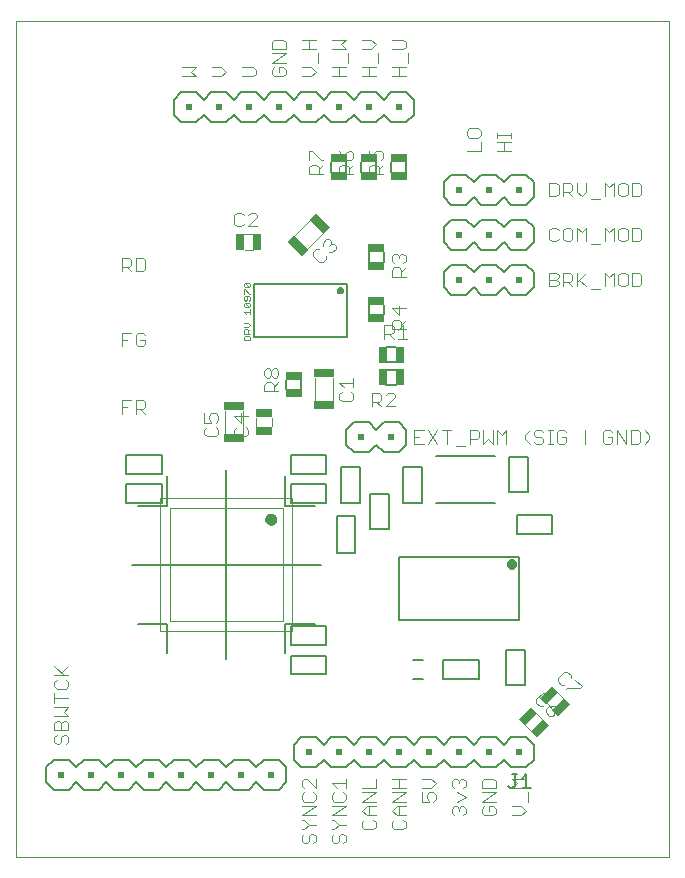
<source format=gto>
G75*
%MOIN*%
%OFA0B0*%
%FSLAX25Y25*%
%IPPOS*%
%LPD*%
%AMOC8*
5,1,8,0,0,1.08239X$1,22.5*
%
%ADD10C,0.00000*%
%ADD11C,0.00400*%
%ADD12C,0.00800*%
%ADD13R,0.02000X0.02000*%
%ADD14R,0.06693X0.02953*%
%ADD15R,0.02953X0.05709*%
%ADD16R,0.02953X0.06693*%
%ADD17R,0.05709X0.02953*%
%ADD18R,0.02300X0.02300*%
%ADD19C,0.00500*%
%ADD20C,0.00600*%
%ADD21R,0.02559X0.05512*%
%ADD22R,0.05512X0.02559*%
%ADD23C,0.00200*%
%ADD24C,0.02000*%
%ADD25C,0.00787*%
%ADD26C,0.01969*%
D10*
X0001400Y0006400D02*
X0001400Y0285101D01*
X0218821Y0285101D01*
X0218821Y0006400D01*
X0001400Y0006400D01*
X0049353Y0081853D02*
X0049353Y0125947D01*
X0093447Y0125947D01*
X0093447Y0081853D01*
X0049353Y0081853D01*
X0052502Y0085002D02*
X0052502Y0122798D01*
X0090298Y0122798D01*
X0090298Y0085002D01*
X0052502Y0085002D01*
D11*
X0018700Y0070189D02*
X0016398Y0067887D01*
X0017165Y0067120D02*
X0014096Y0070189D01*
X0014096Y0067120D02*
X0018700Y0067120D01*
X0017933Y0065585D02*
X0018700Y0064818D01*
X0018700Y0063283D01*
X0017933Y0062516D01*
X0014863Y0062516D01*
X0014096Y0063283D01*
X0014096Y0064818D01*
X0014863Y0065585D01*
X0014096Y0060981D02*
X0014096Y0057912D01*
X0014096Y0059446D02*
X0018700Y0059446D01*
X0018700Y0056377D02*
X0017165Y0054842D01*
X0018700Y0053308D01*
X0014096Y0053308D01*
X0014863Y0051773D02*
X0015631Y0051773D01*
X0016398Y0051006D01*
X0016398Y0048704D01*
X0017165Y0047169D02*
X0017933Y0047169D01*
X0018700Y0046402D01*
X0018700Y0044867D01*
X0017933Y0044100D01*
X0016398Y0044867D02*
X0016398Y0046402D01*
X0017165Y0047169D01*
X0018700Y0048704D02*
X0014096Y0048704D01*
X0014096Y0051006D01*
X0014863Y0051773D01*
X0016398Y0051006D02*
X0017165Y0051773D01*
X0017933Y0051773D01*
X0018700Y0051006D01*
X0018700Y0048704D01*
X0014863Y0047169D02*
X0014096Y0046402D01*
X0014096Y0044867D01*
X0014863Y0044100D01*
X0015631Y0044100D01*
X0016398Y0044867D01*
X0018700Y0056377D02*
X0014096Y0056377D01*
X0064863Y0146600D02*
X0067933Y0146600D01*
X0068700Y0147367D01*
X0068700Y0148902D01*
X0067933Y0149669D01*
X0067933Y0151204D02*
X0068700Y0151971D01*
X0068700Y0153506D01*
X0067933Y0154273D01*
X0066398Y0154273D01*
X0065631Y0153506D01*
X0065631Y0152739D01*
X0066398Y0151204D01*
X0064096Y0151204D01*
X0064096Y0154273D01*
X0064863Y0149669D02*
X0064096Y0148902D01*
X0064096Y0147367D01*
X0064863Y0146600D01*
X0070802Y0147601D02*
X0070802Y0155199D01*
X0074096Y0153506D02*
X0076398Y0151204D01*
X0076398Y0154273D01*
X0076998Y0155199D02*
X0076998Y0147601D01*
X0077933Y0146600D02*
X0074863Y0146600D01*
X0074096Y0147367D01*
X0074096Y0148902D01*
X0074863Y0149669D01*
X0074096Y0153506D02*
X0078700Y0153506D01*
X0081302Y0152900D02*
X0081302Y0149900D01*
X0078700Y0148902D02*
X0078700Y0147367D01*
X0077933Y0146600D01*
X0078700Y0148902D02*
X0077933Y0149669D01*
X0086498Y0149998D02*
X0086498Y0152900D01*
X0087165Y0161600D02*
X0087165Y0163902D01*
X0086398Y0164669D01*
X0084863Y0164669D01*
X0084096Y0163902D01*
X0084096Y0161600D01*
X0088700Y0161600D01*
X0087165Y0163135D02*
X0088700Y0164669D01*
X0087933Y0166204D02*
X0087165Y0166204D01*
X0086398Y0166971D01*
X0086398Y0168506D01*
X0087165Y0169273D01*
X0087933Y0169273D01*
X0088700Y0168506D01*
X0088700Y0166971D01*
X0087933Y0166204D01*
X0086398Y0166971D02*
X0085631Y0166204D01*
X0084863Y0166204D01*
X0084096Y0166971D01*
X0084096Y0168506D01*
X0084863Y0169273D01*
X0085631Y0169273D01*
X0086398Y0168506D01*
X0100802Y0166199D02*
X0100802Y0158601D01*
X0106998Y0158601D02*
X0106998Y0166199D01*
X0109096Y0164531D02*
X0113700Y0164531D01*
X0113700Y0166065D02*
X0113700Y0162996D01*
X0112933Y0161461D02*
X0113700Y0160694D01*
X0113700Y0159159D01*
X0112933Y0158392D01*
X0109863Y0158392D01*
X0109096Y0159159D01*
X0109096Y0160694D01*
X0109863Y0161461D01*
X0110631Y0162996D02*
X0109096Y0164531D01*
X0119892Y0161204D02*
X0119892Y0156600D01*
X0119892Y0158135D02*
X0122194Y0158135D01*
X0122961Y0158902D01*
X0122961Y0160437D01*
X0122194Y0161204D01*
X0119892Y0161204D01*
X0121427Y0158135D02*
X0122961Y0156600D01*
X0124496Y0156600D02*
X0127565Y0159669D01*
X0127565Y0160437D01*
X0126798Y0161204D01*
X0125263Y0161204D01*
X0124496Y0160437D01*
X0124496Y0156600D02*
X0127565Y0156600D01*
X0134100Y0148704D02*
X0134100Y0144100D01*
X0137169Y0144100D01*
X0138704Y0144100D02*
X0141773Y0148704D01*
X0143308Y0148704D02*
X0146377Y0148704D01*
X0144842Y0148704D02*
X0144842Y0144100D01*
X0141773Y0144100D02*
X0138704Y0148704D01*
X0137169Y0148704D02*
X0134100Y0148704D01*
X0134100Y0146402D02*
X0135635Y0146402D01*
X0147912Y0143333D02*
X0150981Y0143333D01*
X0152516Y0144100D02*
X0152516Y0148704D01*
X0154818Y0148704D01*
X0155585Y0147937D01*
X0155585Y0146402D01*
X0154818Y0145635D01*
X0152516Y0145635D01*
X0157120Y0144100D02*
X0158654Y0145635D01*
X0160189Y0144100D01*
X0160189Y0148704D01*
X0161724Y0148704D02*
X0161724Y0144100D01*
X0164793Y0144100D02*
X0164793Y0148704D01*
X0163258Y0147169D01*
X0161724Y0148704D01*
X0157120Y0148704D02*
X0157120Y0144100D01*
X0170931Y0145635D02*
X0170931Y0147169D01*
X0172466Y0148704D01*
X0174001Y0147937D02*
X0174001Y0147169D01*
X0174768Y0146402D01*
X0176303Y0146402D01*
X0177070Y0145635D01*
X0177070Y0144867D01*
X0176303Y0144100D01*
X0174768Y0144100D01*
X0174001Y0144867D01*
X0172466Y0144100D02*
X0170931Y0145635D01*
X0174001Y0147937D02*
X0174768Y0148704D01*
X0176303Y0148704D01*
X0177070Y0147937D01*
X0178605Y0148704D02*
X0180139Y0148704D01*
X0179372Y0148704D02*
X0179372Y0144100D01*
X0178605Y0144100D02*
X0180139Y0144100D01*
X0181674Y0144867D02*
X0181674Y0147937D01*
X0182441Y0148704D01*
X0183976Y0148704D01*
X0184743Y0147937D01*
X0184743Y0146402D02*
X0183209Y0146402D01*
X0184743Y0146402D02*
X0184743Y0144867D01*
X0183976Y0144100D01*
X0182441Y0144100D01*
X0181674Y0144867D01*
X0190882Y0144100D02*
X0190882Y0148704D01*
X0197020Y0147937D02*
X0197020Y0144867D01*
X0197788Y0144100D01*
X0199322Y0144100D01*
X0200090Y0144867D01*
X0200090Y0146402D01*
X0198555Y0146402D01*
X0200090Y0147937D02*
X0199322Y0148704D01*
X0197788Y0148704D01*
X0197020Y0147937D01*
X0201624Y0148704D02*
X0201624Y0144100D01*
X0204693Y0144100D02*
X0201624Y0148704D01*
X0204693Y0148704D02*
X0204693Y0144100D01*
X0206228Y0144100D02*
X0206228Y0148704D01*
X0208530Y0148704D01*
X0209297Y0147937D01*
X0209297Y0144867D01*
X0208530Y0144100D01*
X0206228Y0144100D01*
X0210832Y0144100D02*
X0212367Y0145635D01*
X0212367Y0147169D01*
X0210832Y0148704D01*
X0209026Y0196600D02*
X0206724Y0196600D01*
X0206724Y0201204D01*
X0209026Y0201204D01*
X0209793Y0200437D01*
X0209793Y0197367D01*
X0209026Y0196600D01*
X0205189Y0197367D02*
X0205189Y0200437D01*
X0204422Y0201204D01*
X0202887Y0201204D01*
X0202120Y0200437D01*
X0202120Y0197367D01*
X0202887Y0196600D01*
X0204422Y0196600D01*
X0205189Y0197367D01*
X0200585Y0196600D02*
X0200585Y0201204D01*
X0199050Y0199669D01*
X0197516Y0201204D01*
X0197516Y0196600D01*
X0195981Y0195833D02*
X0192912Y0195833D01*
X0191377Y0196600D02*
X0189075Y0198902D01*
X0188308Y0198135D02*
X0191377Y0201204D01*
X0188308Y0201204D02*
X0188308Y0196600D01*
X0186773Y0196600D02*
X0185239Y0198135D01*
X0186006Y0198135D02*
X0183704Y0198135D01*
X0182169Y0198135D02*
X0182169Y0197367D01*
X0181402Y0196600D01*
X0179100Y0196600D01*
X0179100Y0201204D01*
X0181402Y0201204D01*
X0182169Y0200437D01*
X0182169Y0199669D01*
X0181402Y0198902D01*
X0179100Y0198902D01*
X0181402Y0198902D02*
X0182169Y0198135D01*
X0183704Y0196600D02*
X0183704Y0201204D01*
X0186006Y0201204D01*
X0186773Y0200437D01*
X0186773Y0198902D01*
X0186006Y0198135D01*
X0186006Y0211600D02*
X0184471Y0211600D01*
X0183704Y0212367D01*
X0183704Y0215437D01*
X0184471Y0216204D01*
X0186006Y0216204D01*
X0186773Y0215437D01*
X0186773Y0212367D01*
X0186006Y0211600D01*
X0188308Y0211600D02*
X0188308Y0216204D01*
X0189842Y0214669D01*
X0191377Y0216204D01*
X0191377Y0211600D01*
X0192912Y0210833D02*
X0195981Y0210833D01*
X0197516Y0211600D02*
X0197516Y0216204D01*
X0199050Y0214669D01*
X0200585Y0216204D01*
X0200585Y0211600D01*
X0202120Y0212367D02*
X0202887Y0211600D01*
X0204422Y0211600D01*
X0205189Y0212367D01*
X0205189Y0215437D01*
X0204422Y0216204D01*
X0202887Y0216204D01*
X0202120Y0215437D01*
X0202120Y0212367D01*
X0206724Y0211600D02*
X0209026Y0211600D01*
X0209793Y0212367D01*
X0209793Y0215437D01*
X0209026Y0216204D01*
X0206724Y0216204D01*
X0206724Y0211600D01*
X0195981Y0225833D02*
X0192912Y0225833D01*
X0191377Y0228135D02*
X0191377Y0231204D01*
X0188308Y0231204D02*
X0188308Y0228135D01*
X0189842Y0226600D01*
X0191377Y0228135D01*
X0186773Y0228902D02*
X0186006Y0228135D01*
X0183704Y0228135D01*
X0185239Y0228135D02*
X0186773Y0226600D01*
X0186773Y0228902D02*
X0186773Y0230437D01*
X0186006Y0231204D01*
X0183704Y0231204D01*
X0183704Y0226600D01*
X0182169Y0227367D02*
X0182169Y0230437D01*
X0181402Y0231204D01*
X0179100Y0231204D01*
X0179100Y0226600D01*
X0181402Y0226600D01*
X0182169Y0227367D01*
X0181402Y0216204D02*
X0179867Y0216204D01*
X0179100Y0215437D01*
X0179100Y0212367D01*
X0179867Y0211600D01*
X0181402Y0211600D01*
X0182169Y0212367D01*
X0182169Y0215437D02*
X0181402Y0216204D01*
X0197516Y0226600D02*
X0197516Y0231204D01*
X0199050Y0229669D01*
X0200585Y0231204D01*
X0200585Y0226600D01*
X0202120Y0227367D02*
X0202887Y0226600D01*
X0204422Y0226600D01*
X0205189Y0227367D01*
X0205189Y0230437D01*
X0204422Y0231204D01*
X0202887Y0231204D01*
X0202120Y0230437D01*
X0202120Y0227367D01*
X0206724Y0226600D02*
X0209026Y0226600D01*
X0209793Y0227367D01*
X0209793Y0230437D01*
X0209026Y0231204D01*
X0206724Y0231204D01*
X0206724Y0226600D01*
X0166200Y0241600D02*
X0161596Y0241600D01*
X0163898Y0241600D02*
X0163898Y0244669D01*
X0161596Y0244669D02*
X0166200Y0244669D01*
X0166200Y0246204D02*
X0166200Y0247739D01*
X0166200Y0246971D02*
X0161596Y0246971D01*
X0161596Y0246204D02*
X0161596Y0247739D01*
X0156200Y0248506D02*
X0155433Y0249273D01*
X0152363Y0249273D01*
X0151596Y0248506D01*
X0151596Y0246971D01*
X0152363Y0246204D01*
X0155433Y0246204D01*
X0156200Y0246971D01*
X0156200Y0248506D01*
X0156200Y0244669D02*
X0156200Y0241600D01*
X0151596Y0241600D01*
X0131200Y0266600D02*
X0126596Y0266600D01*
X0128898Y0266600D02*
X0128898Y0269669D01*
X0126596Y0269669D02*
X0131200Y0269669D01*
X0131967Y0271204D02*
X0131967Y0274273D01*
X0130433Y0275808D02*
X0131200Y0276575D01*
X0131200Y0278110D01*
X0130433Y0278877D01*
X0126596Y0278877D01*
X0126596Y0275808D02*
X0130433Y0275808D01*
X0121967Y0274273D02*
X0121967Y0271204D01*
X0121200Y0269669D02*
X0116596Y0269669D01*
X0118898Y0269669D02*
X0118898Y0266600D01*
X0121200Y0266600D02*
X0116596Y0266600D01*
X0111200Y0266600D02*
X0106596Y0266600D01*
X0108898Y0266600D02*
X0108898Y0269669D01*
X0106596Y0269669D02*
X0111200Y0269669D01*
X0111967Y0271204D02*
X0111967Y0274273D01*
X0111200Y0275808D02*
X0109665Y0277342D01*
X0111200Y0278877D01*
X0106596Y0278877D01*
X0106596Y0275808D02*
X0111200Y0275808D01*
X0116596Y0275808D02*
X0119665Y0275808D01*
X0121200Y0277342D01*
X0119665Y0278877D01*
X0116596Y0278877D01*
X0101967Y0274273D02*
X0101967Y0271204D01*
X0099665Y0269669D02*
X0101200Y0268135D01*
X0099665Y0266600D01*
X0096596Y0266600D01*
X0096596Y0269669D02*
X0099665Y0269669D01*
X0098898Y0275808D02*
X0098898Y0278877D01*
X0096596Y0278877D02*
X0101200Y0278877D01*
X0101200Y0275808D02*
X0096596Y0275808D01*
X0091200Y0275808D02*
X0091200Y0278110D01*
X0090433Y0278877D01*
X0087363Y0278877D01*
X0086596Y0278110D01*
X0086596Y0275808D01*
X0091200Y0275808D01*
X0091200Y0274273D02*
X0086596Y0274273D01*
X0086596Y0271204D02*
X0091200Y0274273D01*
X0091200Y0271204D02*
X0086596Y0271204D01*
X0087363Y0269669D02*
X0086596Y0268902D01*
X0086596Y0267367D01*
X0087363Y0266600D01*
X0090433Y0266600D01*
X0091200Y0267367D01*
X0091200Y0268902D01*
X0090433Y0269669D01*
X0088898Y0269669D01*
X0088898Y0268135D01*
X0081200Y0268902D02*
X0080433Y0269669D01*
X0076596Y0269669D01*
X0076596Y0266600D02*
X0080433Y0266600D01*
X0081200Y0267367D01*
X0081200Y0268902D01*
X0071200Y0268135D02*
X0069665Y0269669D01*
X0066596Y0269669D01*
X0066596Y0266600D02*
X0069665Y0266600D01*
X0071200Y0268135D01*
X0061200Y0269669D02*
X0059665Y0268135D01*
X0061200Y0266600D01*
X0056596Y0266600D01*
X0056596Y0269669D02*
X0061200Y0269669D01*
X0099096Y0241773D02*
X0099096Y0238704D01*
X0099863Y0237169D02*
X0099096Y0236402D01*
X0099096Y0234100D01*
X0103700Y0234100D01*
X0102165Y0234100D02*
X0102165Y0236402D01*
X0101398Y0237169D01*
X0099863Y0237169D01*
X0102165Y0235635D02*
X0103700Y0237169D01*
X0103700Y0238704D02*
X0102933Y0238704D01*
X0099863Y0241773D01*
X0099096Y0241773D01*
X0109096Y0241773D02*
X0109863Y0240239D01*
X0111398Y0238704D01*
X0111398Y0241006D01*
X0112165Y0241773D01*
X0112933Y0241773D01*
X0113700Y0241006D01*
X0113700Y0239471D01*
X0112933Y0238704D01*
X0111398Y0238704D01*
X0111398Y0237169D02*
X0109863Y0237169D01*
X0109096Y0236402D01*
X0109096Y0234100D01*
X0113700Y0234100D01*
X0112165Y0234100D02*
X0112165Y0236402D01*
X0111398Y0237169D01*
X0112165Y0235635D02*
X0113700Y0237169D01*
X0119096Y0236402D02*
X0119096Y0234100D01*
X0123700Y0234100D01*
X0122165Y0234100D02*
X0122165Y0236402D01*
X0121398Y0237169D01*
X0119863Y0237169D01*
X0119096Y0236402D01*
X0119096Y0238704D02*
X0121398Y0238704D01*
X0120631Y0240239D01*
X0120631Y0241006D01*
X0121398Y0241773D01*
X0122933Y0241773D01*
X0123700Y0241006D01*
X0123700Y0239471D01*
X0122933Y0238704D01*
X0123700Y0237169D02*
X0122165Y0235635D01*
X0119096Y0238704D02*
X0119096Y0241773D01*
X0099396Y0218777D02*
X0094023Y0213404D01*
X0098404Y0209023D02*
X0103777Y0214396D01*
X0104623Y0212275D02*
X0105709Y0212275D01*
X0106251Y0211732D01*
X0106251Y0210647D01*
X0107336Y0210647D01*
X0107879Y0210105D01*
X0107879Y0209020D01*
X0106794Y0207934D01*
X0105709Y0207934D01*
X0104623Y0206849D02*
X0104623Y0205764D01*
X0103538Y0204679D01*
X0102453Y0204679D01*
X0100283Y0206849D01*
X0100283Y0207934D01*
X0101368Y0209020D01*
X0102453Y0209020D01*
X0103538Y0210105D02*
X0103538Y0211190D01*
X0104623Y0212275D01*
X0106251Y0210647D02*
X0105709Y0210105D01*
X0124100Y0183704D02*
X0126402Y0183704D01*
X0127169Y0182937D01*
X0127169Y0181402D01*
X0126402Y0180635D01*
X0124100Y0180635D01*
X0125635Y0180635D02*
X0127169Y0179100D01*
X0128704Y0179100D02*
X0131773Y0179100D01*
X0130239Y0179100D02*
X0130239Y0183704D01*
X0128704Y0182169D01*
X0129665Y0182392D02*
X0129665Y0184694D01*
X0128898Y0185461D01*
X0127363Y0185461D01*
X0126596Y0184694D01*
X0126596Y0182392D01*
X0131200Y0182392D01*
X0129665Y0183927D02*
X0131200Y0185461D01*
X0128898Y0186996D02*
X0128898Y0190065D01*
X0126596Y0189298D02*
X0128898Y0186996D01*
X0131200Y0189298D02*
X0126596Y0189298D01*
X0124100Y0183704D02*
X0124100Y0179100D01*
X0126596Y0199892D02*
X0126596Y0202194D01*
X0127363Y0202961D01*
X0128898Y0202961D01*
X0129665Y0202194D01*
X0129665Y0199892D01*
X0129665Y0201427D02*
X0131200Y0202961D01*
X0130433Y0204496D02*
X0131200Y0205263D01*
X0131200Y0206798D01*
X0130433Y0207565D01*
X0129665Y0207565D01*
X0128898Y0206798D01*
X0128898Y0206031D01*
X0128898Y0206798D02*
X0128131Y0207565D01*
X0127363Y0207565D01*
X0126596Y0206798D01*
X0126596Y0205263D01*
X0127363Y0204496D01*
X0126596Y0199892D02*
X0131200Y0199892D01*
X0081773Y0216600D02*
X0078704Y0216600D01*
X0081773Y0219669D01*
X0081773Y0220437D01*
X0081006Y0221204D01*
X0079471Y0221204D01*
X0078704Y0220437D01*
X0077169Y0220437D02*
X0076402Y0221204D01*
X0074867Y0221204D01*
X0074100Y0220437D01*
X0074100Y0217367D01*
X0074867Y0216600D01*
X0076402Y0216600D01*
X0077169Y0217367D01*
X0077400Y0213998D02*
X0080400Y0213998D01*
X0080400Y0208802D02*
X0077498Y0208802D01*
X0044273Y0205437D02*
X0044273Y0202367D01*
X0043506Y0201600D01*
X0041204Y0201600D01*
X0041204Y0206204D01*
X0043506Y0206204D01*
X0044273Y0205437D01*
X0039669Y0205437D02*
X0039669Y0203902D01*
X0038902Y0203135D01*
X0036600Y0203135D01*
X0038135Y0203135D02*
X0039669Y0201600D01*
X0039669Y0205437D02*
X0038902Y0206204D01*
X0036600Y0206204D01*
X0036600Y0201600D01*
X0036600Y0181204D02*
X0039669Y0181204D01*
X0041204Y0180437D02*
X0041204Y0177367D01*
X0041971Y0176600D01*
X0043506Y0176600D01*
X0044273Y0177367D01*
X0044273Y0178902D01*
X0042739Y0178902D01*
X0044273Y0180437D02*
X0043506Y0181204D01*
X0041971Y0181204D01*
X0041204Y0180437D01*
X0038135Y0178902D02*
X0036600Y0178902D01*
X0036600Y0176600D02*
X0036600Y0181204D01*
X0036600Y0158704D02*
X0039669Y0158704D01*
X0041204Y0158704D02*
X0043506Y0158704D01*
X0044273Y0157937D01*
X0044273Y0156402D01*
X0043506Y0155635D01*
X0041204Y0155635D01*
X0042739Y0155635D02*
X0044273Y0154100D01*
X0041204Y0154100D02*
X0041204Y0158704D01*
X0038135Y0156402D02*
X0036600Y0156402D01*
X0036600Y0154100D02*
X0036600Y0158704D01*
X0097363Y0032565D02*
X0096596Y0031798D01*
X0096596Y0030263D01*
X0097363Y0029496D01*
X0097363Y0027961D02*
X0096596Y0027194D01*
X0096596Y0025659D01*
X0097363Y0024892D01*
X0100433Y0024892D01*
X0101200Y0025659D01*
X0101200Y0027194D01*
X0100433Y0027961D01*
X0101200Y0029496D02*
X0098131Y0032565D01*
X0097363Y0032565D01*
X0101200Y0032565D02*
X0101200Y0029496D01*
X0101200Y0023357D02*
X0096596Y0023357D01*
X0096596Y0020288D02*
X0101200Y0023357D01*
X0101200Y0020288D02*
X0096596Y0020288D01*
X0096596Y0018754D02*
X0097363Y0018754D01*
X0098898Y0017219D01*
X0101200Y0017219D01*
X0098898Y0017219D02*
X0097363Y0015684D01*
X0096596Y0015684D01*
X0097363Y0014150D02*
X0096596Y0013382D01*
X0096596Y0011848D01*
X0097363Y0011080D01*
X0098131Y0011080D01*
X0098898Y0011848D01*
X0098898Y0013382D01*
X0099665Y0014150D01*
X0100433Y0014150D01*
X0101200Y0013382D01*
X0101200Y0011848D01*
X0100433Y0011080D01*
X0106596Y0011848D02*
X0107363Y0011080D01*
X0108131Y0011080D01*
X0108898Y0011848D01*
X0108898Y0013382D01*
X0109665Y0014150D01*
X0110433Y0014150D01*
X0111200Y0013382D01*
X0111200Y0011848D01*
X0110433Y0011080D01*
X0106596Y0011848D02*
X0106596Y0013382D01*
X0107363Y0014150D01*
X0107363Y0015684D02*
X0108898Y0017219D01*
X0111200Y0017219D01*
X0108898Y0017219D02*
X0107363Y0018754D01*
X0106596Y0018754D01*
X0106596Y0020288D02*
X0111200Y0023357D01*
X0106596Y0023357D01*
X0107363Y0024892D02*
X0110433Y0024892D01*
X0111200Y0025659D01*
X0111200Y0027194D01*
X0110433Y0027961D01*
X0111200Y0029496D02*
X0111200Y0032565D01*
X0111200Y0031031D02*
X0106596Y0031031D01*
X0108131Y0029496D01*
X0107363Y0027961D02*
X0106596Y0027194D01*
X0106596Y0025659D01*
X0107363Y0024892D01*
X0106596Y0020288D02*
X0111200Y0020288D01*
X0116596Y0021823D02*
X0118131Y0023357D01*
X0121200Y0023357D01*
X0121200Y0024892D02*
X0116596Y0024892D01*
X0121200Y0027961D01*
X0116596Y0027961D01*
X0116596Y0029496D02*
X0121200Y0029496D01*
X0121200Y0032565D01*
X0126596Y0032565D02*
X0131200Y0032565D01*
X0128898Y0032565D02*
X0128898Y0029496D01*
X0131200Y0029496D02*
X0126596Y0029496D01*
X0126596Y0027961D02*
X0131200Y0027961D01*
X0126596Y0024892D01*
X0131200Y0024892D01*
X0131200Y0023357D02*
X0128131Y0023357D01*
X0126596Y0021823D01*
X0128131Y0020288D01*
X0131200Y0020288D01*
X0130433Y0018754D02*
X0131200Y0017986D01*
X0131200Y0016452D01*
X0130433Y0015684D01*
X0127363Y0015684D01*
X0126596Y0016452D01*
X0126596Y0017986D01*
X0127363Y0018754D01*
X0128898Y0020288D02*
X0128898Y0023357D01*
X0121200Y0020288D02*
X0118131Y0020288D01*
X0116596Y0021823D01*
X0118898Y0020288D02*
X0118898Y0023357D01*
X0117363Y0018754D02*
X0116596Y0017986D01*
X0116596Y0016452D01*
X0117363Y0015684D01*
X0120433Y0015684D01*
X0121200Y0016452D01*
X0121200Y0017986D01*
X0120433Y0018754D01*
X0107363Y0015684D02*
X0106596Y0015684D01*
X0136596Y0024892D02*
X0138898Y0024892D01*
X0138131Y0026427D01*
X0138131Y0027194D01*
X0138898Y0027961D01*
X0140433Y0027961D01*
X0141200Y0027194D01*
X0141200Y0025659D01*
X0140433Y0024892D01*
X0136596Y0024892D02*
X0136596Y0027961D01*
X0136596Y0029496D02*
X0139665Y0029496D01*
X0141200Y0031031D01*
X0139665Y0032565D01*
X0136596Y0032565D01*
X0146596Y0031798D02*
X0146596Y0030263D01*
X0147363Y0029496D01*
X0148131Y0027961D02*
X0151200Y0026427D01*
X0148131Y0024892D01*
X0148131Y0023357D02*
X0148898Y0022590D01*
X0149665Y0023357D01*
X0150433Y0023357D01*
X0151200Y0022590D01*
X0151200Y0021056D01*
X0150433Y0020288D01*
X0148898Y0021823D02*
X0148898Y0022590D01*
X0148131Y0023357D02*
X0147363Y0023357D01*
X0146596Y0022590D01*
X0146596Y0021056D01*
X0147363Y0020288D01*
X0150433Y0029496D02*
X0151200Y0030263D01*
X0151200Y0031798D01*
X0150433Y0032565D01*
X0149665Y0032565D01*
X0148898Y0031798D01*
X0148898Y0031031D01*
X0148898Y0031798D02*
X0148131Y0032565D01*
X0147363Y0032565D01*
X0146596Y0031798D01*
X0156596Y0031798D02*
X0156596Y0029496D01*
X0161200Y0029496D01*
X0161200Y0031798D01*
X0160433Y0032565D01*
X0157363Y0032565D01*
X0156596Y0031798D01*
X0156596Y0027961D02*
X0161200Y0027961D01*
X0156596Y0024892D01*
X0161200Y0024892D01*
X0160433Y0023357D02*
X0161200Y0022590D01*
X0161200Y0021056D01*
X0160433Y0020288D01*
X0157363Y0020288D01*
X0156596Y0021056D01*
X0156596Y0022590D01*
X0157363Y0023357D01*
X0158898Y0023357D02*
X0158898Y0021823D01*
X0158898Y0023357D02*
X0160433Y0023357D01*
X0166596Y0023357D02*
X0169665Y0023357D01*
X0171200Y0021823D01*
X0169665Y0020288D01*
X0166596Y0020288D01*
X0171967Y0024892D02*
X0171967Y0027961D01*
X0171200Y0029496D02*
X0166596Y0029496D01*
X0168131Y0031031D01*
X0166596Y0032565D01*
X0171200Y0032565D01*
X0173123Y0048502D02*
X0171072Y0050554D01*
X0174677Y0054298D02*
X0176798Y0052177D01*
X0179066Y0053588D02*
X0177981Y0054673D01*
X0177981Y0055758D01*
X0179066Y0056843D01*
X0180694Y0055216D01*
X0180694Y0054130D01*
X0180151Y0053588D01*
X0179066Y0053588D01*
X0180194Y0055573D02*
X0178143Y0057625D01*
X0179066Y0056843D02*
X0181236Y0056843D01*
X0182864Y0056301D01*
X0183869Y0059248D02*
X0181748Y0061369D01*
X0182882Y0063914D02*
X0181796Y0065000D01*
X0181796Y0066085D01*
X0183967Y0068255D01*
X0185052Y0068255D01*
X0186137Y0067170D01*
X0186137Y0066085D01*
X0187765Y0065542D02*
X0189935Y0063372D01*
X0189393Y0062829D01*
X0185052Y0062829D01*
X0184509Y0062287D01*
X0183967Y0063914D02*
X0182882Y0063914D01*
X0179066Y0060099D02*
X0179066Y0059014D01*
X0179066Y0060099D02*
X0177981Y0061184D01*
X0176896Y0061184D01*
X0174725Y0059014D01*
X0174725Y0057928D01*
X0175811Y0056843D01*
X0176896Y0056843D01*
D12*
X0171400Y0046400D02*
X0166400Y0046400D01*
X0163900Y0043900D01*
X0161400Y0046400D01*
X0156400Y0046400D01*
X0153900Y0043900D01*
X0151400Y0046400D01*
X0146400Y0046400D01*
X0143900Y0043900D01*
X0141400Y0046400D01*
X0136400Y0046400D01*
X0133900Y0043900D01*
X0131400Y0046400D01*
X0126400Y0046400D01*
X0123900Y0043900D01*
X0121400Y0046400D01*
X0116400Y0046400D01*
X0113900Y0043900D01*
X0111400Y0046400D01*
X0106400Y0046400D01*
X0103900Y0043900D01*
X0101400Y0046400D01*
X0096400Y0046400D01*
X0093900Y0043900D01*
X0093900Y0038900D01*
X0096400Y0036400D01*
X0101400Y0036400D01*
X0103900Y0038900D01*
X0106400Y0036400D01*
X0111400Y0036400D01*
X0113900Y0038900D01*
X0116400Y0036400D01*
X0121400Y0036400D01*
X0123900Y0038900D01*
X0126400Y0036400D01*
X0131400Y0036400D01*
X0133900Y0038900D01*
X0136400Y0036400D01*
X0141400Y0036400D01*
X0143900Y0038900D01*
X0146400Y0036400D01*
X0151400Y0036400D01*
X0153900Y0038900D01*
X0156400Y0036400D01*
X0161400Y0036400D01*
X0163900Y0038900D01*
X0166400Y0036400D01*
X0171400Y0036400D01*
X0173900Y0038900D01*
X0173900Y0043900D01*
X0171400Y0046400D01*
X0128900Y0141400D02*
X0123900Y0141400D01*
X0121400Y0143900D01*
X0118900Y0141400D01*
X0113900Y0141400D01*
X0111400Y0143900D01*
X0111400Y0148900D01*
X0113900Y0151400D01*
X0118900Y0151400D01*
X0121400Y0148900D01*
X0123900Y0151400D01*
X0128900Y0151400D01*
X0131400Y0148900D01*
X0131400Y0143900D01*
X0128900Y0141400D01*
X0146400Y0193900D02*
X0151400Y0193900D01*
X0153900Y0196400D01*
X0156400Y0193900D01*
X0161400Y0193900D01*
X0163900Y0196400D01*
X0166400Y0193900D01*
X0171400Y0193900D01*
X0173900Y0196400D01*
X0173900Y0201400D01*
X0171400Y0203900D01*
X0166400Y0203900D01*
X0163900Y0201400D01*
X0161400Y0203900D01*
X0156400Y0203900D01*
X0153900Y0201400D01*
X0151400Y0203900D01*
X0146400Y0203900D01*
X0143900Y0201400D01*
X0143900Y0196400D01*
X0146400Y0193900D01*
X0146400Y0208900D02*
X0143900Y0211400D01*
X0143900Y0216400D01*
X0146400Y0218900D01*
X0151400Y0218900D01*
X0153900Y0216400D01*
X0156400Y0218900D01*
X0161400Y0218900D01*
X0163900Y0216400D01*
X0166400Y0218900D01*
X0171400Y0218900D01*
X0173900Y0216400D01*
X0173900Y0211400D01*
X0171400Y0208900D01*
X0166400Y0208900D01*
X0163900Y0211400D01*
X0161400Y0208900D01*
X0156400Y0208900D01*
X0153900Y0211400D01*
X0151400Y0208900D01*
X0146400Y0208900D01*
X0146400Y0223900D02*
X0151400Y0223900D01*
X0153900Y0226400D01*
X0156400Y0223900D01*
X0161400Y0223900D01*
X0163900Y0226400D01*
X0166400Y0223900D01*
X0171400Y0223900D01*
X0173900Y0226400D01*
X0173900Y0231400D01*
X0171400Y0233900D01*
X0166400Y0233900D01*
X0163900Y0231400D01*
X0161400Y0233900D01*
X0156400Y0233900D01*
X0153900Y0231400D01*
X0151400Y0233900D01*
X0146400Y0233900D01*
X0143900Y0231400D01*
X0143900Y0226400D01*
X0146400Y0223900D01*
X0131400Y0251400D02*
X0126400Y0251400D01*
X0123900Y0253900D01*
X0121400Y0251400D01*
X0116400Y0251400D01*
X0113900Y0253900D01*
X0111400Y0251400D01*
X0106400Y0251400D01*
X0103900Y0253900D01*
X0101400Y0251400D01*
X0096400Y0251400D01*
X0093900Y0253900D01*
X0091400Y0251400D01*
X0086400Y0251400D01*
X0083900Y0253900D01*
X0081400Y0251400D01*
X0076400Y0251400D01*
X0073900Y0253900D01*
X0071400Y0251400D01*
X0066400Y0251400D01*
X0063900Y0253900D01*
X0061400Y0251400D01*
X0056400Y0251400D01*
X0053900Y0253900D01*
X0053900Y0258900D01*
X0056400Y0261400D01*
X0061400Y0261400D01*
X0063900Y0258900D01*
X0066400Y0261400D01*
X0071400Y0261400D01*
X0073900Y0258900D01*
X0076400Y0261400D01*
X0081400Y0261400D01*
X0083900Y0258900D01*
X0086400Y0261400D01*
X0091400Y0261400D01*
X0093900Y0258900D01*
X0096400Y0261400D01*
X0101400Y0261400D01*
X0103900Y0258900D01*
X0106400Y0261400D01*
X0111400Y0261400D01*
X0113900Y0258900D01*
X0116400Y0261400D01*
X0121400Y0261400D01*
X0123900Y0258900D01*
X0126400Y0261400D01*
X0131400Y0261400D01*
X0133900Y0258900D01*
X0133900Y0253900D01*
X0131400Y0251400D01*
X0088900Y0038900D02*
X0083900Y0038900D01*
X0081400Y0036400D01*
X0078900Y0038900D01*
X0073900Y0038900D01*
X0071400Y0036400D01*
X0068900Y0038900D01*
X0063900Y0038900D01*
X0061400Y0036400D01*
X0058900Y0038900D01*
X0053900Y0038900D01*
X0051400Y0036400D01*
X0048900Y0038900D01*
X0043900Y0038900D01*
X0041400Y0036400D01*
X0038900Y0038900D01*
X0033900Y0038900D01*
X0031400Y0036400D01*
X0028900Y0038900D01*
X0023900Y0038900D01*
X0021400Y0036400D01*
X0018900Y0038900D01*
X0013900Y0038900D01*
X0011400Y0036400D01*
X0011400Y0031400D01*
X0013900Y0028900D01*
X0018900Y0028900D01*
X0021400Y0031400D01*
X0023900Y0028900D01*
X0028900Y0028900D01*
X0031400Y0031400D01*
X0033900Y0028900D01*
X0038900Y0028900D01*
X0041400Y0031400D01*
X0043900Y0028900D01*
X0048900Y0028900D01*
X0051400Y0031400D01*
X0053900Y0028900D01*
X0058900Y0028900D01*
X0061400Y0031400D01*
X0063900Y0028900D01*
X0068900Y0028900D01*
X0071400Y0031400D01*
X0073900Y0028900D01*
X0078900Y0028900D01*
X0081400Y0031400D01*
X0083900Y0028900D01*
X0088900Y0028900D01*
X0091400Y0031400D01*
X0091400Y0036400D01*
X0088900Y0038900D01*
D13*
X0086400Y0033900D03*
X0076400Y0033900D03*
X0066400Y0033900D03*
X0056400Y0033900D03*
X0046400Y0033900D03*
X0036400Y0033900D03*
X0026400Y0033900D03*
X0016400Y0033900D03*
X0098900Y0041400D03*
X0108900Y0041400D03*
X0118900Y0041400D03*
X0128900Y0041400D03*
X0138900Y0041400D03*
X0148900Y0041400D03*
X0158900Y0041400D03*
X0168900Y0041400D03*
X0168900Y0198900D03*
X0158900Y0198900D03*
X0148900Y0198900D03*
X0148900Y0213900D03*
X0158900Y0213900D03*
X0168900Y0213900D03*
X0168900Y0228900D03*
X0158900Y0228900D03*
X0148900Y0228900D03*
X0128900Y0256400D03*
X0118900Y0256400D03*
X0108900Y0256400D03*
X0098900Y0256400D03*
X0088900Y0256400D03*
X0078900Y0256400D03*
X0068900Y0256400D03*
X0058900Y0256400D03*
D14*
X0103896Y0167623D03*
X0103904Y0157177D03*
X0073896Y0156623D03*
X0073904Y0146177D03*
D15*
X0076077Y0211405D03*
X0081777Y0211405D03*
G36*
X0178004Y0057410D02*
X0175917Y0059497D01*
X0179952Y0063532D01*
X0182039Y0061445D01*
X0178004Y0057410D01*
G37*
G36*
X0170933Y0050339D02*
X0168846Y0052426D01*
X0172881Y0056461D01*
X0174968Y0054374D01*
X0170933Y0050339D01*
G37*
G36*
X0174963Y0046308D02*
X0172876Y0048395D01*
X0176911Y0052430D01*
X0178998Y0050343D01*
X0174963Y0046308D01*
G37*
G36*
X0182034Y0053379D02*
X0179947Y0055466D01*
X0183982Y0059501D01*
X0186069Y0057414D01*
X0182034Y0053379D01*
G37*
D16*
G36*
X0091800Y0211526D02*
X0093887Y0213613D01*
X0098618Y0208882D01*
X0096531Y0206795D01*
X0091800Y0211526D01*
G37*
G36*
X0099182Y0218918D02*
X0101269Y0221005D01*
X0106000Y0216274D01*
X0103913Y0214187D01*
X0099182Y0218918D01*
G37*
D17*
X0083895Y0154277D03*
X0083895Y0148577D03*
D18*
X0116400Y0146400D03*
X0126400Y0146400D03*
D19*
X0130258Y0136302D02*
X0136557Y0136302D01*
X0136557Y0124491D01*
X0130258Y0124491D01*
X0130258Y0136302D01*
X0125731Y0127443D02*
X0125731Y0115632D01*
X0119431Y0115632D01*
X0119431Y0127443D01*
X0125731Y0127443D01*
X0115888Y0124491D02*
X0109589Y0124491D01*
X0109589Y0136302D01*
X0115888Y0136302D01*
X0115888Y0124491D01*
X0114353Y0120199D02*
X0114353Y0107601D01*
X0108447Y0107601D01*
X0108447Y0120199D01*
X0114353Y0120199D01*
X0104786Y0124372D02*
X0092975Y0124372D01*
X0092975Y0130672D01*
X0104786Y0130672D01*
X0104786Y0124372D01*
X0100928Y0123585D02*
X0091085Y0123585D01*
X0091085Y0133428D01*
X0092975Y0134215D02*
X0092975Y0140514D01*
X0104786Y0140514D01*
X0104786Y0134215D01*
X0092975Y0134215D01*
X0128821Y0106459D02*
X0168979Y0106459D01*
X0168979Y0085593D01*
X0128821Y0085593D01*
X0128821Y0106459D01*
X0141203Y0124491D02*
X0160888Y0124491D01*
X0165691Y0128093D02*
X0165691Y0139904D01*
X0171991Y0139904D01*
X0171991Y0128093D01*
X0165691Y0128093D01*
X0168270Y0120337D02*
X0168270Y0114038D01*
X0180081Y0114038D01*
X0180081Y0120337D01*
X0168270Y0120337D01*
X0160888Y0140239D02*
X0141203Y0140239D01*
X0111754Y0179845D02*
X0111754Y0197561D01*
X0080652Y0197561D01*
X0080652Y0179845D01*
X0111754Y0179845D01*
X0109143Y0195199D02*
X0109145Y0195230D01*
X0109151Y0195261D01*
X0109160Y0195291D01*
X0109174Y0195319D01*
X0109191Y0195345D01*
X0109210Y0195369D01*
X0109233Y0195391D01*
X0109259Y0195409D01*
X0109286Y0195424D01*
X0109315Y0195436D01*
X0109345Y0195444D01*
X0109376Y0195448D01*
X0109408Y0195448D01*
X0109439Y0195444D01*
X0109469Y0195436D01*
X0109498Y0195424D01*
X0109525Y0195409D01*
X0109551Y0195391D01*
X0109574Y0195369D01*
X0109593Y0195345D01*
X0109610Y0195319D01*
X0109624Y0195291D01*
X0109633Y0195261D01*
X0109639Y0195230D01*
X0109641Y0195199D01*
X0109639Y0195168D01*
X0109633Y0195137D01*
X0109624Y0195107D01*
X0109610Y0195079D01*
X0109593Y0195053D01*
X0109574Y0195029D01*
X0109551Y0195007D01*
X0109525Y0194989D01*
X0109498Y0194974D01*
X0109469Y0194962D01*
X0109439Y0194954D01*
X0109408Y0194950D01*
X0109376Y0194950D01*
X0109345Y0194954D01*
X0109315Y0194962D01*
X0109286Y0194974D01*
X0109259Y0194989D01*
X0109233Y0195007D01*
X0109210Y0195029D01*
X0109191Y0195053D01*
X0109174Y0195079D01*
X0109160Y0195107D01*
X0109151Y0195137D01*
X0109145Y0195168D01*
X0109143Y0195199D01*
X0108998Y0195199D02*
X0109000Y0195238D01*
X0109006Y0195277D01*
X0109016Y0195315D01*
X0109029Y0195352D01*
X0109046Y0195387D01*
X0109066Y0195421D01*
X0109090Y0195452D01*
X0109117Y0195481D01*
X0109146Y0195507D01*
X0109178Y0195530D01*
X0109212Y0195550D01*
X0109248Y0195566D01*
X0109285Y0195578D01*
X0109324Y0195587D01*
X0109363Y0195592D01*
X0109402Y0195593D01*
X0109441Y0195590D01*
X0109480Y0195583D01*
X0109517Y0195572D01*
X0109554Y0195558D01*
X0109589Y0195540D01*
X0109622Y0195519D01*
X0109653Y0195494D01*
X0109681Y0195467D01*
X0109706Y0195437D01*
X0109728Y0195404D01*
X0109747Y0195370D01*
X0109762Y0195334D01*
X0109774Y0195296D01*
X0109782Y0195258D01*
X0109786Y0195219D01*
X0109786Y0195179D01*
X0109782Y0195140D01*
X0109774Y0195102D01*
X0109762Y0195064D01*
X0109747Y0195028D01*
X0109728Y0194994D01*
X0109706Y0194961D01*
X0109681Y0194931D01*
X0109653Y0194904D01*
X0109622Y0194879D01*
X0109589Y0194858D01*
X0109554Y0194840D01*
X0109517Y0194826D01*
X0109480Y0194815D01*
X0109441Y0194808D01*
X0109402Y0194805D01*
X0109363Y0194806D01*
X0109324Y0194811D01*
X0109285Y0194820D01*
X0109248Y0194832D01*
X0109212Y0194848D01*
X0109178Y0194868D01*
X0109146Y0194891D01*
X0109117Y0194917D01*
X0109090Y0194946D01*
X0109066Y0194977D01*
X0109046Y0195011D01*
X0109029Y0195046D01*
X0109016Y0195083D01*
X0109006Y0195121D01*
X0109000Y0195160D01*
X0108998Y0195199D01*
X0108512Y0195199D02*
X0108514Y0195258D01*
X0108520Y0195316D01*
X0108530Y0195374D01*
X0108543Y0195431D01*
X0108561Y0195488D01*
X0108582Y0195543D01*
X0108607Y0195596D01*
X0108635Y0195647D01*
X0108666Y0195697D01*
X0108701Y0195744D01*
X0108739Y0195789D01*
X0108780Y0195832D01*
X0108824Y0195871D01*
X0108870Y0195907D01*
X0108918Y0195941D01*
X0108969Y0195971D01*
X0109022Y0195997D01*
X0109076Y0196020D01*
X0109131Y0196039D01*
X0109188Y0196055D01*
X0109246Y0196067D01*
X0109304Y0196075D01*
X0109363Y0196079D01*
X0109421Y0196079D01*
X0109480Y0196075D01*
X0109538Y0196067D01*
X0109596Y0196055D01*
X0109653Y0196039D01*
X0109708Y0196020D01*
X0109762Y0195997D01*
X0109815Y0195971D01*
X0109866Y0195941D01*
X0109914Y0195907D01*
X0109960Y0195871D01*
X0110004Y0195832D01*
X0110045Y0195789D01*
X0110083Y0195744D01*
X0110118Y0195697D01*
X0110149Y0195647D01*
X0110177Y0195596D01*
X0110202Y0195543D01*
X0110223Y0195488D01*
X0110241Y0195431D01*
X0110254Y0195374D01*
X0110264Y0195316D01*
X0110270Y0195258D01*
X0110272Y0195199D01*
X0110270Y0195140D01*
X0110264Y0195082D01*
X0110254Y0195024D01*
X0110241Y0194967D01*
X0110223Y0194910D01*
X0110202Y0194855D01*
X0110177Y0194802D01*
X0110149Y0194751D01*
X0110118Y0194701D01*
X0110083Y0194654D01*
X0110045Y0194609D01*
X0110004Y0194566D01*
X0109960Y0194527D01*
X0109914Y0194491D01*
X0109866Y0194457D01*
X0109815Y0194427D01*
X0109762Y0194401D01*
X0109708Y0194378D01*
X0109653Y0194359D01*
X0109596Y0194343D01*
X0109538Y0194331D01*
X0109480Y0194323D01*
X0109421Y0194319D01*
X0109363Y0194319D01*
X0109304Y0194323D01*
X0109246Y0194331D01*
X0109188Y0194343D01*
X0109131Y0194359D01*
X0109076Y0194378D01*
X0109022Y0194401D01*
X0108969Y0194427D01*
X0108918Y0194457D01*
X0108870Y0194491D01*
X0108824Y0194527D01*
X0108780Y0194566D01*
X0108739Y0194609D01*
X0108701Y0194654D01*
X0108666Y0194701D01*
X0108635Y0194751D01*
X0108607Y0194802D01*
X0108582Y0194855D01*
X0108561Y0194910D01*
X0108543Y0194967D01*
X0108530Y0195024D01*
X0108520Y0195082D01*
X0108514Y0195140D01*
X0108512Y0195199D01*
X0051715Y0133428D02*
X0051715Y0123585D01*
X0041872Y0123585D01*
X0038014Y0124372D02*
X0038014Y0130672D01*
X0049825Y0130672D01*
X0049825Y0124372D01*
X0038014Y0124372D01*
X0038014Y0134215D02*
X0038014Y0140514D01*
X0049825Y0140514D01*
X0049825Y0134215D01*
X0038014Y0134215D01*
X0041872Y0084215D02*
X0051715Y0084215D01*
X0051715Y0074372D01*
X0091085Y0074372D02*
X0091085Y0084215D01*
X0100928Y0084215D01*
X0104786Y0083428D02*
X0104786Y0077128D01*
X0092975Y0077128D01*
X0092975Y0083428D01*
X0104786Y0083428D01*
X0104786Y0073585D02*
X0104786Y0067286D01*
X0092975Y0067286D01*
X0092975Y0073585D01*
X0104786Y0073585D01*
X0133487Y0072109D02*
X0136931Y0072109D01*
X0136931Y0065809D02*
X0133487Y0065809D01*
X0143664Y0065809D02*
X0143664Y0072109D01*
X0155475Y0072109D01*
X0155475Y0065809D01*
X0143664Y0065809D01*
X0164707Y0063624D02*
X0164707Y0075435D01*
X0171006Y0075435D01*
X0171006Y0063624D01*
X0164707Y0063624D01*
X0166743Y0033954D02*
X0168245Y0033954D01*
X0167494Y0033954D02*
X0167494Y0030201D01*
X0166743Y0029450D01*
X0165993Y0029450D01*
X0165242Y0030201D01*
X0169846Y0029450D02*
X0172849Y0029450D01*
X0171347Y0029450D02*
X0171347Y0033954D01*
X0169846Y0032453D01*
D20*
X0096400Y0162286D02*
X0096400Y0165514D01*
X0091400Y0165514D02*
X0091400Y0162286D01*
X0118900Y0187286D02*
X0118900Y0190514D01*
X0123900Y0190514D02*
X0123900Y0187286D01*
X0124786Y0176400D02*
X0128014Y0176400D01*
X0128014Y0171400D02*
X0124786Y0171400D01*
X0124786Y0168900D02*
X0128014Y0168900D01*
X0128014Y0163900D02*
X0124786Y0163900D01*
X0123900Y0204786D02*
X0123900Y0208014D01*
X0118900Y0208014D02*
X0118900Y0204786D01*
X0116400Y0234786D02*
X0116400Y0238014D01*
X0111400Y0238014D02*
X0111400Y0234786D01*
X0106400Y0234786D02*
X0106400Y0238014D01*
X0121400Y0238014D02*
X0121400Y0234786D01*
X0126400Y0234786D02*
X0126400Y0238014D01*
X0131400Y0238014D02*
X0131400Y0234786D01*
D21*
X0129280Y0173906D03*
X0123480Y0173906D03*
X0123520Y0166394D03*
X0129320Y0166394D03*
D22*
X0121406Y0186020D03*
X0121406Y0191820D03*
X0121406Y0203520D03*
X0121406Y0209320D03*
X0118894Y0233480D03*
X0118894Y0239280D03*
X0108894Y0239280D03*
X0108894Y0233480D03*
X0128894Y0233480D03*
X0128894Y0239280D03*
X0093894Y0166780D03*
X0093894Y0160980D03*
D23*
X0079371Y0178662D02*
X0079371Y0179763D01*
X0079004Y0180130D01*
X0077536Y0180130D01*
X0077169Y0179763D01*
X0077169Y0178662D01*
X0079371Y0178662D01*
X0079371Y0180872D02*
X0077169Y0180872D01*
X0077169Y0181973D01*
X0077536Y0182340D01*
X0078270Y0182340D01*
X0078637Y0181973D01*
X0078637Y0180872D01*
X0078637Y0181606D02*
X0079371Y0182340D01*
X0078637Y0183082D02*
X0079371Y0183816D01*
X0078637Y0184549D01*
X0077169Y0184549D01*
X0077169Y0183082D02*
X0078637Y0183082D01*
X0079371Y0187501D02*
X0079371Y0188969D01*
X0079371Y0188235D02*
X0077169Y0188235D01*
X0077903Y0187501D01*
X0077536Y0189711D02*
X0077169Y0190078D01*
X0077169Y0190812D01*
X0077536Y0191179D01*
X0079004Y0189711D01*
X0079371Y0190078D01*
X0079371Y0190812D01*
X0079004Y0191179D01*
X0077536Y0191179D01*
X0077536Y0191921D02*
X0077903Y0191921D01*
X0078270Y0192288D01*
X0078270Y0193389D01*
X0079004Y0193389D02*
X0077536Y0193389D01*
X0077169Y0193022D01*
X0077169Y0192288D01*
X0077536Y0191921D01*
X0079004Y0191921D02*
X0079371Y0192288D01*
X0079371Y0193022D01*
X0079004Y0193389D01*
X0079004Y0194131D02*
X0079371Y0194131D01*
X0079004Y0194131D02*
X0077536Y0195599D01*
X0077169Y0195599D01*
X0077169Y0194131D01*
X0077536Y0196341D02*
X0077169Y0196708D01*
X0077169Y0197442D01*
X0077536Y0197809D01*
X0079004Y0196341D01*
X0079371Y0196708D01*
X0079371Y0197442D01*
X0079004Y0197809D01*
X0077536Y0197809D01*
X0077536Y0196341D02*
X0079004Y0196341D01*
X0079004Y0189711D02*
X0077536Y0189711D01*
D24*
X0085400Y0118900D02*
X0085402Y0118963D01*
X0085408Y0119025D01*
X0085418Y0119087D01*
X0085431Y0119149D01*
X0085449Y0119209D01*
X0085470Y0119268D01*
X0085495Y0119326D01*
X0085524Y0119382D01*
X0085556Y0119436D01*
X0085591Y0119488D01*
X0085629Y0119537D01*
X0085671Y0119585D01*
X0085715Y0119629D01*
X0085763Y0119671D01*
X0085812Y0119709D01*
X0085864Y0119744D01*
X0085918Y0119776D01*
X0085974Y0119805D01*
X0086032Y0119830D01*
X0086091Y0119851D01*
X0086151Y0119869D01*
X0086213Y0119882D01*
X0086275Y0119892D01*
X0086337Y0119898D01*
X0086400Y0119900D01*
X0086463Y0119898D01*
X0086525Y0119892D01*
X0086587Y0119882D01*
X0086649Y0119869D01*
X0086709Y0119851D01*
X0086768Y0119830D01*
X0086826Y0119805D01*
X0086882Y0119776D01*
X0086936Y0119744D01*
X0086988Y0119709D01*
X0087037Y0119671D01*
X0087085Y0119629D01*
X0087129Y0119585D01*
X0087171Y0119537D01*
X0087209Y0119488D01*
X0087244Y0119436D01*
X0087276Y0119382D01*
X0087305Y0119326D01*
X0087330Y0119268D01*
X0087351Y0119209D01*
X0087369Y0119149D01*
X0087382Y0119087D01*
X0087392Y0119025D01*
X0087398Y0118963D01*
X0087400Y0118900D01*
X0087398Y0118837D01*
X0087392Y0118775D01*
X0087382Y0118713D01*
X0087369Y0118651D01*
X0087351Y0118591D01*
X0087330Y0118532D01*
X0087305Y0118474D01*
X0087276Y0118418D01*
X0087244Y0118364D01*
X0087209Y0118312D01*
X0087171Y0118263D01*
X0087129Y0118215D01*
X0087085Y0118171D01*
X0087037Y0118129D01*
X0086988Y0118091D01*
X0086936Y0118056D01*
X0086882Y0118024D01*
X0086826Y0117995D01*
X0086768Y0117970D01*
X0086709Y0117949D01*
X0086649Y0117931D01*
X0086587Y0117918D01*
X0086525Y0117908D01*
X0086463Y0117902D01*
X0086400Y0117900D01*
X0086337Y0117902D01*
X0086275Y0117908D01*
X0086213Y0117918D01*
X0086151Y0117931D01*
X0086091Y0117949D01*
X0086032Y0117970D01*
X0085974Y0117995D01*
X0085918Y0118024D01*
X0085864Y0118056D01*
X0085812Y0118091D01*
X0085763Y0118129D01*
X0085715Y0118171D01*
X0085671Y0118215D01*
X0085629Y0118263D01*
X0085591Y0118312D01*
X0085556Y0118364D01*
X0085524Y0118418D01*
X0085495Y0118474D01*
X0085470Y0118532D01*
X0085449Y0118591D01*
X0085431Y0118651D01*
X0085418Y0118713D01*
X0085408Y0118775D01*
X0085402Y0118837D01*
X0085400Y0118900D01*
D25*
X0071400Y0135396D02*
X0071400Y0072404D01*
X0039904Y0103900D02*
X0102896Y0103900D01*
D26*
X0165830Y0103900D02*
X0165832Y0103956D01*
X0165838Y0104011D01*
X0165848Y0104065D01*
X0165861Y0104119D01*
X0165879Y0104172D01*
X0165900Y0104223D01*
X0165924Y0104273D01*
X0165952Y0104321D01*
X0165984Y0104367D01*
X0166018Y0104411D01*
X0166056Y0104452D01*
X0166096Y0104490D01*
X0166139Y0104525D01*
X0166184Y0104557D01*
X0166232Y0104586D01*
X0166281Y0104612D01*
X0166332Y0104634D01*
X0166384Y0104652D01*
X0166438Y0104666D01*
X0166493Y0104677D01*
X0166548Y0104684D01*
X0166603Y0104687D01*
X0166659Y0104686D01*
X0166714Y0104681D01*
X0166769Y0104672D01*
X0166823Y0104660D01*
X0166876Y0104643D01*
X0166928Y0104623D01*
X0166978Y0104599D01*
X0167026Y0104572D01*
X0167073Y0104542D01*
X0167117Y0104508D01*
X0167159Y0104471D01*
X0167197Y0104431D01*
X0167234Y0104389D01*
X0167267Y0104344D01*
X0167296Y0104298D01*
X0167323Y0104249D01*
X0167345Y0104198D01*
X0167365Y0104146D01*
X0167380Y0104092D01*
X0167392Y0104038D01*
X0167400Y0103983D01*
X0167404Y0103928D01*
X0167404Y0103872D01*
X0167400Y0103817D01*
X0167392Y0103762D01*
X0167380Y0103708D01*
X0167365Y0103654D01*
X0167345Y0103602D01*
X0167323Y0103551D01*
X0167296Y0103502D01*
X0167267Y0103456D01*
X0167234Y0103411D01*
X0167197Y0103369D01*
X0167159Y0103329D01*
X0167117Y0103292D01*
X0167073Y0103258D01*
X0167026Y0103228D01*
X0166978Y0103201D01*
X0166928Y0103177D01*
X0166876Y0103157D01*
X0166823Y0103140D01*
X0166769Y0103128D01*
X0166714Y0103119D01*
X0166659Y0103114D01*
X0166603Y0103113D01*
X0166548Y0103116D01*
X0166493Y0103123D01*
X0166438Y0103134D01*
X0166384Y0103148D01*
X0166332Y0103166D01*
X0166281Y0103188D01*
X0166232Y0103214D01*
X0166184Y0103243D01*
X0166139Y0103275D01*
X0166096Y0103310D01*
X0166056Y0103348D01*
X0166018Y0103389D01*
X0165984Y0103433D01*
X0165952Y0103479D01*
X0165924Y0103527D01*
X0165900Y0103577D01*
X0165879Y0103628D01*
X0165861Y0103681D01*
X0165848Y0103735D01*
X0165838Y0103789D01*
X0165832Y0103844D01*
X0165830Y0103900D01*
M02*

</source>
